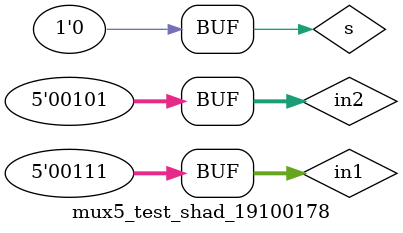
<source format=v>
`timescale 1ns / 1ps


module mux5_test_shad_19100178;

	// Inputs
	reg [4:0] in1;
	reg [4:0] in2;
	reg s;

	// Outputs
	wire [4:0] outt;

	// Instantiate the Unit Under Test (UUT)
	mux5_ShadyTarek_19100178 uut (
		.in1(in1), 
		.in2(in2), 
		.s(s), 
		.outt(outt)
	);

	initial begin
		// Initialize Inputs
		
		// Wait 100 ns for global reset to finish
		
        
		// Add stimulus here
		in1=5; in2=7; s=1; #100;
		in1=7; in2=5; s=0; #100;
		

	end
      
endmodule


</source>
